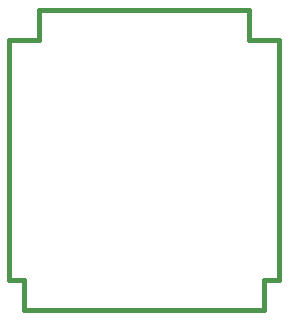
<source format=gko>
G04 (created by PCBNEW-RS274X (2012-apr-16-27)-stable) date dim. 02 juin 2013 12:40:30 CST*
G01*
G70*
G90*
%MOIN*%
G04 Gerber Fmt 3.4, Leading zero omitted, Abs format*
%FSLAX34Y34*%
G04 APERTURE LIST*
%ADD10C,0.006000*%
%ADD11C,0.015000*%
G04 APERTURE END LIST*
G54D10*
G54D11*
X21500Y-30500D02*
X22000Y-30500D01*
X21500Y-31500D02*
X21500Y-30500D01*
X13500Y-31500D02*
X21500Y-31500D01*
X13500Y-30500D02*
X13500Y-31500D01*
X13000Y-30500D02*
X13500Y-30500D01*
X13000Y-22500D02*
X13000Y-30500D01*
X14000Y-21500D02*
X21000Y-21500D01*
X14000Y-22500D02*
X14000Y-21500D01*
X13000Y-22500D02*
X14000Y-22500D01*
X22000Y-22500D02*
X22000Y-30500D01*
X21000Y-22500D02*
X22000Y-22500D01*
X21000Y-21500D02*
X21000Y-22500D01*
M02*

</source>
